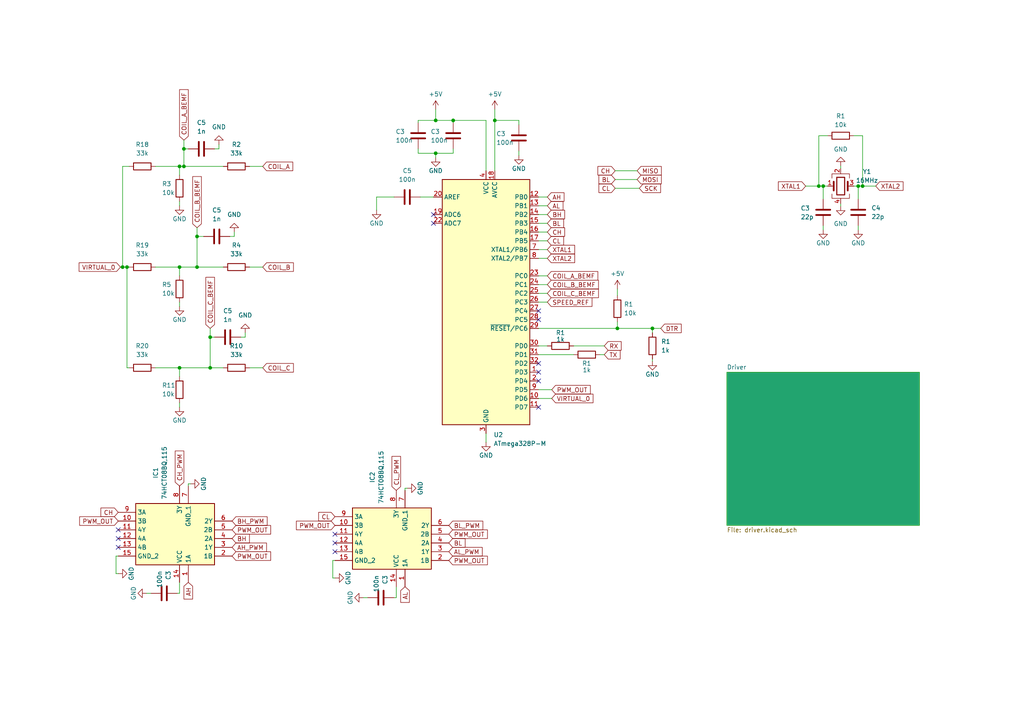
<source format=kicad_sch>
(kicad_sch (version 20230121) (generator eeschema)
  (paper "A4")
  (lib_symbols
    (symbol "74HCT08BQ_115:74HCT08BQ,115"
      (property "Reference" "IC" (at 24.13 17.78 0))
      (property "Value" "74HCT08BQ,115" (at 24.13 15.24 0))
      (symbol "74HCT08BQ,115_1_1"
        (rectangle (start 5.08 12.7) (end 22.86 -10.16) (stroke (width 0.254)) (fill (type background)))
        (pin passive line (at 0 -2.54 0) (length 5.08) (name "1A") (number "1"))
        (pin passive line (at 17.78 17.78 270) (length 5.08) (name "3B") (number "10"))
        (pin passive line (at 15.24 17.78 270) (length 5.08) (name "4Y") (number "11"))
        (pin passive line (at 12.7 17.78 270) (length 5.08) (name "4A") (number "12"))
        (pin passive line (at 10.16 17.78 270) (length 5.08) (name "4B") (number "13"))
        (pin passive line (at 0 0 0) (length 5.08) (name "VCC") (number "14"))
        (pin passive line (at 7.62 17.78 270) (length 5.08) (name "GND_2") (number "15"))
        (pin passive line (at 7.62 -15.24 90) (length 5.08) (name "1B") (number "2"))
        (pin passive line (at 10.16 -15.24 90) (length 5.08) (name "1Y") (number "3"))
        (pin passive line (at 12.7 -15.24 90) (length 5.08) (name "2A") (number "4"))
        (pin passive line (at 15.24 -15.24 90) (length 5.08) (name "2B") (number "5"))
        (pin passive line (at 17.78 -15.24 90) (length 5.08) (name "2Y") (number "6"))
        (pin passive line (at 27.94 -2.54 180) (length 5.08) (name "GND_1") (number "7"))
        (pin passive line (at 27.94 0 180) (length 5.08) (name "3Y") (number "8"))
        (pin passive line (at 20.32 17.78 270) (length 5.08) (name "3A") (number "9"))
      )
    )
    (symbol "Device:C" (pin_numbers hide) (pin_names (offset 0.254))
      (property "Reference" "C" (at 0.635 2.54 0))
      (property "Value" "C" (at 0.635 -2.54 0))
      (symbol "C_0_1"
        (polyline (pts (xy -2.032 -0.762) (xy 2.032 -0.762)) (stroke (width 0.508)))
        (polyline (pts (xy -2.032 0.762) (xy 2.032 0.762)) (stroke (width 0.508)))
      )
      (symbol "C_1_1"
        (pin passive line (at 0 3.81 270) (length 2.794) (name "~") (number "1"))
        (pin passive line (at 0 -3.81 90) (length 2.794) (name "~") (number "2"))
      )
    )
    (symbol "Device:Crystal_GND24" (pin_names (offset 1.016) hide)
      (property "Reference" "Y" (at 3.175 5.08 0))
      (property "Value" "Crystal_GND24" (at 3.175 3.175 0))
      (symbol "Crystal_GND24_0_1"
        (rectangle (start -1.143 2.54) (end 1.143 -2.54) (stroke (width 0.3048)))
        (polyline (pts (xy -2.54 0) (xy -2.032 0)))
        (polyline (pts (xy -2.032 -1.27) (xy -2.032 1.27)) (stroke (width 0.508)))
        (polyline (pts (xy 0 -3.81) (xy 0 -3.556)))
        (polyline (pts (xy 0 3.556) (xy 0 3.81)))
        (polyline (pts (xy 2.032 -1.27) (xy 2.032 1.27)) (stroke (width 0.508)))
        (polyline (pts (xy 2.032 0) (xy 2.54 0)))
        (polyline (pts (xy -2.54 -2.286) (xy -2.54 -3.556) (xy 2.54 -3.556) (xy 2.54 -2.286)))
        (polyline (pts (xy -2.54 2.286) (xy -2.54 3.556) (xy 2.54 3.556) (xy 2.54 2.286)))
      )
      (symbol "Crystal_GND24_1_1"
        (pin passive line (at -3.81 0 0) (length 1.27) (name "1") (number "1"))
        (pin passive line (at 0 5.08 270) (length 1.27) (name "2") (number "2"))
        (pin passive line (at 3.81 0 180) (length 1.27) (name "3") (number "3"))
        (pin passive line (at 0 -5.08 90) (length 1.27) (name "4") (number "4"))
      )
    )
    (symbol "Device:R" (pin_numbers hide) (pin_names (offset 0))
      (property "Reference" "R" (at 2.032 0 90))
      (property "Value" "R" (at 0 0 90))
      (symbol "R_0_1"
        (rectangle (start -1.016 -2.54) (end 1.016 2.54) (stroke (width 0.254)))
      )
      (symbol "R_1_1"
        (pin passive line (at 0 3.81 270) (length 1.27) (name "~") (number "1"))
        (pin passive line (at 0 -3.81 90) (length 1.27) (name "~") (number "2"))
      )
    )
    (symbol "MCU_Microchip_ATmega:ATmega328P-M"
      (property "Reference" "U" (at -12.7 36.83 0))
      (property "Value" "ATmega328P-M" (at 2.54 -36.83 0))
      (symbol "ATmega328P-M_0_1"
        (rectangle (start -12.7 -35.56) (end 12.7 35.56) (stroke (width 0.254)) (fill (type background)))
      )
      (symbol "ATmega328P-M_1_1"
        (pin bidirectional line (at 15.24 -20.32 180) (length 2.54) (name "PD3") (number "1"))
        (pin bidirectional line (at 15.24 -27.94 180) (length 2.54) (name "PD6") (number "10"))
        (pin bidirectional line (at 15.24 -30.48 180) (length 2.54) (name "PD7") (number "11"))
        (pin bidirectional line (at 15.24 30.48 180) (length 2.54) (name "PB0") (number "12"))
        (pin bidirectional line (at 15.24 27.94 180) (length 2.54) (name "PB1") (number "13"))
        (pin bidirectional line (at 15.24 25.4 180) (length 2.54) (name "PB2") (number "14"))
        (pin bidirectional line (at 15.24 22.86 180) (length 2.54) (name "PB3") (number "15"))
        (pin bidirectional line (at 15.24 20.32 180) (length 2.54) (name "PB4") (number "16"))
        (pin bidirectional line (at 15.24 17.78 180) (length 2.54) (name "PB5") (number "17"))
        (pin power_in line (at 2.54 38.1 270) (length 2.54) (name "AVCC") (number "18"))
        (pin input line (at -15.24 25.4 0) (length 2.54) (name "ADC6") (number "19"))
        (pin bidirectional line (at 15.24 -22.86 180) (length 2.54) (name "PD4") (number "2"))
        (pin passive line (at -15.24 30.48 0) (length 2.54) (name "AREF") (number "20"))
        (pin passive line (at 0 -38.1 90) (length 2.54) hide (name "GND") (number "21"))
        (pin input line (at -15.24 22.86 0) (length 2.54) (name "ADC7") (number "22"))
        (pin bidirectional line (at 15.24 7.62 180) (length 2.54) (name "PC0") (number "23"))
        (pin bidirectional line (at 15.24 5.08 180) (length 2.54) (name "PC1") (number "24"))
        (pin bidirectional line (at 15.24 2.54 180) (length 2.54) (name "PC2") (number "25"))
        (pin bidirectional line (at 15.24 0 180) (length 2.54) (name "PC3") (number "26"))
        (pin bidirectional line (at 15.24 -2.54 180) (length 2.54) (name "PC4") (number "27"))
        (pin bidirectional line (at 15.24 -5.08 180) (length 2.54) (name "PC5") (number "28"))
        (pin bidirectional line (at 15.24 -7.62 180) (length 2.54) (name "~{RESET}/PC6") (number "29"))
        (pin power_in line (at 0 -38.1 90) (length 2.54) (name "GND") (number "3"))
        (pin bidirectional line (at 15.24 -12.7 180) (length 2.54) (name "PD0") (number "30"))
        (pin bidirectional line (at 15.24 -15.24 180) (length 2.54) (name "PD1") (number "31"))
        (pin bidirectional line (at 15.24 -17.78 180) (length 2.54) (name "PD2") (number "32"))
        (pin passive line (at 0 -38.1 90) (length 2.54) hide (name "GND") (number "33"))
        (pin power_in line (at 0 38.1 270) (length 2.54) (name "VCC") (number "4"))
        (pin passive line (at 0 -38.1 90) (length 2.54) hide (name "GND") (number "5"))
        (pin passive line (at 0 38.1 270) (length 2.54) hide (name "VCC") (number "6"))
        (pin bidirectional line (at 15.24 15.24 180) (length 2.54) (name "XTAL1/PB6") (number "7"))
        (pin bidirectional line (at 15.24 12.7 180) (length 2.54) (name "XTAL2/PB7") (number "8"))
        (pin bidirectional line (at 15.24 -25.4 180) (length 2.54) (name "PD5") (number "9"))
      )
    )
    (symbol "power:+5V" (power) (pin_names (offset 0))
      (property "Value" "+5V" (at 0 3.556 0))
      (symbol "+5V_0_1"
        (polyline (pts (xy -0.762 1.27) (xy 0 2.54)))
        (polyline (pts (xy 0 0) (xy 0 2.54)))
        (polyline (pts (xy 0 2.54) (xy 0.762 1.27)))
      )
      (symbol "+5V_1_1"
        (pin power_in line (at 0 0 90) (length 0) hide (name "+5V") (number "1"))
      )
    )
    (symbol "power:GND" (power) (pin_names (offset 0))
      (property "Value" "GND" (at 0 -3.81 0))
      (symbol "GND_0_1"
        (polyline (pts (xy 0 0) (xy 0 -1.27) (xy 1.27 -1.27) (xy 0 -2.54) (xy -1.27 -1.27) (xy 0 -1.27)))
      )
      (symbol "GND_1_1"
        (pin power_in line (at 0 0 270) (length 0) hide (name "GND") (number "1"))
      )
    )
  )
  (junction (at 238.76 53.975))
  (junction (at 131.445 34.925))
  (junction (at 57.15 77.47))
  (junction (at 248.92 53.975))
  (junction (at 52.07 77.47))
  (junction (at 52.07 106.68))
  (junction (at 179.07 95.25))
  (junction (at 36.83 77.47))
  (junction (at 237.49 53.975))
  (junction (at 52.07 48.26))
  (junction (at 60.96 97.79))
  (junction (at 250.19 53.975))
  (junction (at 57.15 68.58))
  (junction (at 60.96 106.68))
  (junction (at 35.56 77.47))
  (junction (at 126.365 34.925))
  (junction (at 53.34 43.18))
  (junction (at 53.34 48.26))
  (junction (at 126.365 44.45))
  (junction (at 143.51 34.925))
  (junction (at 189.23 95.25))
  (no_connect (at 34.29 158.75))
  (no_connect (at 156.21 107.95))
  (no_connect (at 125.73 64.77))
  (no_connect (at 156.21 105.41))
  (no_connect (at 156.21 110.49))
  (no_connect (at 156.21 90.17))
  (no_connect (at 156.21 92.71))
  (no_connect (at 97.155 160.02))
  (no_connect (at 97.155 154.94))
  (no_connect (at 34.29 153.67))
  (no_connect (at 34.29 156.21))
  (no_connect (at 125.73 62.23))
  (no_connect (at 97.155 157.48))
  (no_connect (at 156.21 118.11))
  (wire (pts (xy 156.21 80.01) (xy 158.75 80.01)))
  (wire (pts (xy 156.21 64.77) (xy 158.75 64.77)))
  (wire (pts (xy 173.99 102.87) (xy 175.26 102.87)))
  (wire (pts (xy 69.85 97.79) (xy 71.12 97.79)))
  (wire (pts (xy 45.085 106.68) (xy 52.07 106.68)))
  (wire (pts (xy 156.21 100.33) (xy 158.75 100.33)))
  (wire (pts (xy 156.21 62.23) (xy 158.75 62.23)))
  (wire (pts (xy 60.96 106.68) (xy 64.77 106.68)))
  (wire (pts (xy 143.51 49.53) (xy 143.51 34.925)))
  (wire (pts (xy 36.83 77.47) (xy 37.465 77.47)))
  (wire (pts (xy 60.96 97.79) (xy 62.23 97.79)))
  (wire (pts (xy 54.61 140.335) (xy 55.245 140.335)))
  (wire (pts (xy 250.19 39.37) (xy 247.65 39.37)))
  (wire (pts (xy 126.365 34.925) (xy 126.365 31.75)))
  (wire (pts (xy 131.445 35.56) (xy 131.445 34.925)))
  (wire (pts (xy 34.29 161.29) (xy 33.655 161.29)))
  (wire (pts (xy 248.92 65.405) (xy 248.92 66.675)))
  (wire (pts (xy 37.465 48.26) (xy 35.56 48.26)))
  (wire (pts (xy 250.19 53.975) (xy 248.92 53.975)))
  (wire (pts (xy 156.21 57.15) (xy 158.75 57.15)))
  (wire (pts (xy 114.3 173.355) (xy 114.935 173.355)))
  (wire (pts (xy 143.51 34.925) (xy 150.495 34.925)))
  (wire (pts (xy 72.39 77.47) (xy 76.2 77.47)))
  (wire (pts (xy 114.3 57.15) (xy 109.22 57.15)))
  (wire (pts (xy 72.39 48.26) (xy 76.2 48.26)))
  (wire (pts (xy 238.76 65.405) (xy 238.76 66.675)))
  (wire (pts (xy 106.68 173.355) (xy 105.41 173.355)))
  (wire (pts (xy 131.445 43.18) (xy 131.445 44.45)))
  (wire (pts (xy 52.07 106.68) (xy 52.07 109.22)))
  (wire (pts (xy 121.285 35.56) (xy 121.285 34.925)))
  (wire (pts (xy 233.68 53.975) (xy 237.49 53.975)))
  (wire (pts (xy 156.21 72.39) (xy 158.75 72.39)))
  (wire (pts (xy 156.21 95.25) (xy 179.07 95.25)))
  (wire (pts (xy 156.21 67.31) (xy 158.75 67.31)))
  (wire (pts (xy 57.15 77.47) (xy 64.77 77.47)))
  (wire (pts (xy 52.07 87.63) (xy 52.07 88.9)))
  (wire (pts (xy 156.21 102.87) (xy 166.37 102.87)))
  (wire (pts (xy 53.34 43.18) (xy 53.34 48.26)))
  (wire (pts (xy 37.465 106.68) (xy 36.83 106.68)))
  (wire (pts (xy 96.52 167.64) (xy 97.155 167.64)))
  (wire (pts (xy 131.445 34.925) (xy 140.97 34.925)))
  (wire (pts (xy 237.49 53.975) (xy 238.76 53.975)))
  (wire (pts (xy 53.34 40.64) (xy 53.34 43.18)))
  (wire (pts (xy 52.07 106.68) (xy 60.96 106.68)))
  (wire (pts (xy 72.39 106.68) (xy 76.2 106.68)))
  (wire (pts (xy 33.655 166.37) (xy 34.29 166.37)))
  (wire (pts (xy 126.365 34.925) (xy 131.445 34.925)))
  (wire (pts (xy 150.495 34.925) (xy 150.495 36.195)))
  (wire (pts (xy 178.435 52.07) (xy 184.785 52.07)))
  (wire (pts (xy 243.84 48.133) (xy 243.84 48.895)))
  (wire (pts (xy 52.07 116.84) (xy 52.07 118.11)))
  (wire (pts (xy 247.65 53.975) (xy 248.92 53.975)))
  (wire (pts (xy 117.475 142.24) (xy 117.475 141.605)))
  (wire (pts (xy 36.83 77.47) (xy 36.83 106.68)))
  (wire (pts (xy 35.56 48.26) (xy 35.56 77.47)))
  (wire (pts (xy 240.03 39.37) (xy 237.49 39.37)))
  (wire (pts (xy 156.21 74.93) (xy 158.75 74.93)))
  (wire (pts (xy 96.52 162.56) (xy 96.52 167.64)))
  (wire (pts (xy 62.23 43.18) (xy 63.5 43.18)))
  (wire (pts (xy 34.925 77.47) (xy 35.56 77.47)))
  (wire (pts (xy 143.51 34.925) (xy 143.51 31.75)))
  (wire (pts (xy 250.19 39.37) (xy 250.19 53.975)))
  (wire (pts (xy 121.92 57.15) (xy 125.73 57.15)))
  (wire (pts (xy 54.61 140.97) (xy 54.61 140.335)))
  (wire (pts (xy 238.76 53.975) (xy 238.76 57.785)))
  (wire (pts (xy 140.97 34.925) (xy 140.97 49.53)))
  (wire (pts (xy 156.21 113.03) (xy 160.02 113.03)))
  (wire (pts (xy 189.23 95.25) (xy 191.643 95.25)))
  (wire (pts (xy 45.085 77.47) (xy 52.07 77.47)))
  (wire (pts (xy 66.675 68.58) (xy 67.945 68.58)))
  (wire (pts (xy 189.23 104.14) (xy 189.23 104.775)))
  (wire (pts (xy 179.07 95.25) (xy 189.23 95.25)))
  (wire (pts (xy 238.76 53.975) (xy 240.03 53.975)))
  (wire (pts (xy 63.5 41.91) (xy 63.5 43.18)))
  (wire (pts (xy 156.21 85.09) (xy 158.75 85.09)))
  (wire (pts (xy 117.475 141.605) (xy 118.11 141.605)))
  (wire (pts (xy 178.435 54.61) (xy 185.42 54.61)))
  (wire (pts (xy 156.21 115.57) (xy 160.02 115.57)))
  (wire (pts (xy 60.96 97.79) (xy 60.96 106.68)))
  (wire (pts (xy 52.07 58.42) (xy 52.07 59.69)))
  (wire (pts (xy 179.07 83.82) (xy 179.07 85.725)))
  (wire (pts (xy 53.34 43.18) (xy 54.61 43.18)))
  (wire (pts (xy 121.285 44.45) (xy 126.365 44.45)))
  (wire (pts (xy 52.07 48.26) (xy 53.34 48.26)))
  (wire (pts (xy 52.07 77.47) (xy 52.07 80.01)))
  (wire (pts (xy 156.21 69.85) (xy 158.75 69.85)))
  (wire (pts (xy 109.22 57.15) (xy 109.22 60.96)))
  (wire (pts (xy 166.37 100.33) (xy 175.26 100.33)))
  (wire (pts (xy 250.19 53.975) (xy 254 53.975)))
  (wire (pts (xy 156.21 59.69) (xy 158.75 59.69)))
  (wire (pts (xy 178.435 49.53) (xy 184.785 49.53)))
  (wire (pts (xy 179.07 93.345) (xy 179.07 95.25)))
  (wire (pts (xy 43.815 172.085) (xy 42.545 172.085)))
  (wire (pts (xy 33.655 161.29) (xy 33.655 166.37)))
  (wire (pts (xy 71.12 96.52) (xy 71.12 97.79)))
  (wire (pts (xy 53.34 48.26) (xy 64.77 48.26)))
  (wire (pts (xy 114.935 170.18) (xy 114.935 173.355)))
  (wire (pts (xy 156.21 87.63) (xy 158.75 87.63)))
  (wire (pts (xy 57.15 66.04) (xy 57.15 68.58)))
  (wire (pts (xy 140.97 125.73) (xy 140.97 128.27)))
  (wire (pts (xy 243.84 59.055) (xy 243.84 59.817)))
  (wire (pts (xy 248.92 53.975) (xy 248.92 57.785)))
  (wire (pts (xy 67.945 67.31) (xy 67.945 68.58)))
  (wire (pts (xy 189.23 95.25) (xy 189.23 96.52)))
  (wire (pts (xy 121.285 43.18) (xy 121.285 44.45)))
  (wire (pts (xy 121.285 34.925) (xy 126.365 34.925)))
  (wire (pts (xy 51.435 172.085) (xy 52.07 172.085)))
  (wire (pts (xy 60.96 95.25) (xy 60.96 97.79)))
  (wire (pts (xy 126.365 44.45) (xy 131.445 44.45)))
  (wire (pts (xy 35.56 77.47) (xy 36.83 77.47)))
  (wire (pts (xy 126.365 44.45) (xy 126.365 45.72)))
  (wire (pts (xy 52.07 168.91) (xy 52.07 172.085)))
  (wire (pts (xy 57.15 68.58) (xy 59.055 68.58)))
  (wire (pts (xy 97.155 162.56) (xy 96.52 162.56)))
  (wire (pts (xy 237.49 39.37) (xy 237.49 53.975)))
  (wire (pts (xy 45.085 48.26) (xy 52.07 48.26)))
  (wire (pts (xy 52.07 77.47) (xy 57.15 77.47)))
  (wire (pts (xy 52.07 48.26) (xy 52.07 50.8)))
  (wire (pts (xy 156.21 82.55) (xy 158.75 82.55)))
  (wire (pts (xy 150.495 43.815) (xy 150.495 45.085)))
  (wire (pts (xy 57.15 68.58) (xy 57.15 77.47)))
  (global_label "CL" (shape input) (at 158.75 69.85 0) (property "Intersheetrefs" "${INTERSHEET_REFS}" (effects hide)))
  (global_label "COIL_A_BEMF" (shape input) (at 53.34 40.64 90) (property "Intersheetrefs" "${INTERSHEET_REFS}" (effects hide)))
  (global_label "PWM_OUT" (shape input) (at 34.29 151.13 180) (property "Intersheetrefs" "${INTERSHEET_REFS}" (effects hide)))
  (global_label "COIL_A_BEMF" (shape input) (at 158.75 80.01 0) (property "Intersheetrefs" "${INTERSHEET_REFS}" (effects hide)))
  (global_label "BH" (shape input) (at 158.75 62.23 0) (property "Intersheetrefs" "${INTERSHEET_REFS}" (effects hide)))
  (global_label "XTAL1" (shape input) (at 233.68 53.975 180) (property "Intersheetrefs" "${INTERSHEET_REFS}" (effects hide)))
  (global_label "TX" (shape input) (at 175.26 102.87 0) (property "Intersheetrefs" "${INTERSHEET_REFS}" (effects hide)))
  (global_label "MISO" (shape input) (at 184.785 49.53 0) (property "Intersheetrefs" "${INTERSHEET_REFS}" (effects hide)))
  (global_label "BL" (shape input) (at 158.75 64.77 0) (property "Intersheetrefs" "${INTERSHEET_REFS}" (effects hide)))
  (global_label "BL" (shape input) (at 178.435 52.07 180) (property "Intersheetrefs" "${INTERSHEET_REFS}" (effects hide)))
  (global_label "AL_PWM" (shape input) (at 130.175 160.02 0) (property "Intersheetrefs" "${INTERSHEET_REFS}" (effects hide)))
  (global_label "RX" (shape input) (at 175.26 100.33 0) (property "Intersheetrefs" "${INTERSHEET_REFS}" (effects hide)))
  (global_label "CL" (shape input) (at 178.435 54.61 180) (property "Intersheetrefs" "${INTERSHEET_REFS}" (effects hide)))
  (global_label "BL" (shape input) (at 130.175 157.48 0) (property "Intersheetrefs" "${INTERSHEET_REFS}" (effects hide)))
  (global_label "MOSI" (shape input) (at 184.785 52.07 0) (property "Intersheetrefs" "${INTERSHEET_REFS}" (effects hide)))
  (global_label "CL_PWM" (shape input) (at 114.935 142.24 90) (property "Intersheetrefs" "${INTERSHEET_REFS}" (effects hide)))
  (global_label "CH" (shape input) (at 34.29 148.59 180) (property "Intersheetrefs" "${INTERSHEET_REFS}" (effects hide)))
  (global_label "SCK" (shape input) (at 185.42 54.61 0) (property "Intersheetrefs" "${INTERSHEET_REFS}" (effects hide)))
  (global_label "COIL_C" (shape input) (at 76.2 106.68 0) (property "Intersheetrefs" "${INTERSHEET_REFS}" (effects hide)))
  (global_label "XTAL2" (shape input) (at 254 53.975 0) (property "Intersheetrefs" "${INTERSHEET_REFS}" (effects hide)))
  (global_label "XTAL2" (shape input) (at 158.75 74.93 0) (property "Intersheetrefs" "${INTERSHEET_REFS}" (effects hide)))
  (global_label "XTAL1" (shape input) (at 158.75 72.39 0) (property "Intersheetrefs" "${INTERSHEET_REFS}" (effects hide)))
  (global_label "BL_PWM" (shape input) (at 130.175 152.4 0) (property "Intersheetrefs" "${INTERSHEET_REFS}" (effects hide)))
  (global_label "COIL_B_BEMF" (shape input) (at 57.15 66.04 90) (property "Intersheetrefs" "${INTERSHEET_REFS}" (effects hide)))
  (global_label "AL" (shape input) (at 117.475 170.18 270) (property "Intersheetrefs" "${INTERSHEET_REFS}" (effects hide)))
  (global_label "COIL_B" (shape input) (at 76.2 77.47 0) (property "Intersheetrefs" "${INTERSHEET_REFS}" (effects hide)))
  (global_label "AL" (shape input) (at 158.75 59.69 0) (property "Intersheetrefs" "${INTERSHEET_REFS}" (effects hide)))
  (global_label "CH" (shape input) (at 178.435 49.53 180) (property "Intersheetrefs" "${INTERSHEET_REFS}" (effects hide)))
  (global_label "COIL_C_BEMF" (shape input) (at 60.96 95.25 90) (property "Intersheetrefs" "${INTERSHEET_REFS}" (effects hide)))
  (global_label "VIRTUAL_0" (shape input) (at 34.925 77.47 180) (property "Intersheetrefs" "${INTERSHEET_REFS}" (effects hide)))
  (global_label "CH_PWM" (shape input) (at 52.07 140.97 90) (property "Intersheetrefs" "${INTERSHEET_REFS}" (effects hide)))
  (global_label "BH" (shape input) (at 67.31 156.21 0) (property "Intersheetrefs" "${INTERSHEET_REFS}" (effects hide)))
  (global_label "COIL_C_BEMF" (shape input) (at 158.75 85.09 0) (property "Intersheetrefs" "${INTERSHEET_REFS}" (effects hide)))
  (global_label "CH" (shape input) (at 158.75 67.31 0) (property "Intersheetrefs" "${INTERSHEET_REFS}" (effects hide)))
  (global_label "DTR" (shape input) (at 191.643 95.25 0) (property "Intersheetrefs" "${INTERSHEET_REFS}" (effects hide)))
  (global_label "PWM_OUT" (shape input) (at 67.31 153.67 0) (property "Intersheetrefs" "${INTERSHEET_REFS}" (effects hide)))
  (global_label "COIL_B_BEMF" (shape input) (at 158.75 82.55 0) (property "Intersheetrefs" "${INTERSHEET_REFS}" (effects hide)))
  (global_label "BH_PWM" (shape input) (at 67.31 151.13 0) (property "Intersheetrefs" "${INTERSHEET_REFS}" (effects hide)))
  (global_label "SPEED_REF" (shape input) (at 158.75 87.63 0) (property "Intersheetrefs" "${INTERSHEET_REFS}" (effects hide)))
  (global_label "AH_PWM" (shape input) (at 67.31 158.75 0) (property "Intersheetrefs" "${INTERSHEET_REFS}" (effects hide)))
  (global_label "PWM_OUT" (shape input) (at 67.31 161.29 0) (property "Intersheetrefs" "${INTERSHEET_REFS}" (effects hide)))
  (global_label "PWM_OUT" (shape input) (at 130.175 162.56 0) (property "Intersheetrefs" "${INTERSHEET_REFS}" (effects hide)))
  (global_label "PWM_OUT" (shape input) (at 97.155 152.4 180) (property "Intersheetrefs" "${INTERSHEET_REFS}" (effects hide)))
  (global_label "VIRTUAL_0" (shape input) (at 160.02 115.57 0) (property "Intersheetrefs" "${INTERSHEET_REFS}" (effects hide)))
  (global_label "AH" (shape input) (at 54.61 168.91 270) (property "Intersheetrefs" "${INTERSHEET_REFS}" (effects hide)))
  (global_label "AH" (shape input) (at 158.75 57.15 0) (property "Intersheetrefs" "${INTERSHEET_REFS}" (effects hide)))
  (global_label "PWM_OUT" (shape input) (at 130.175 154.94 0) (property "Intersheetrefs" "${INTERSHEET_REFS}" (effects hide)))
  (global_label "PWM_OUT" (shape input) (at 160.02 113.03 0) (property "Intersheetrefs" "${INTERSHEET_REFS}" (effects hide)))
  (global_label "CL" (shape input) (at 97.155 149.86 180) (property "Intersheetrefs" "${INTERSHEET_REFS}" (effects hide)))
  (global_label "COIL_A" (shape input) (at 76.2 48.26 0) (property "Intersheetrefs" "${INTERSHEET_REFS}" (effects hide)))
  (symbol (lib_id "Device:R") (at 41.275 48.26 90) (unit 1)
    (property "Reference" "R18" (at 41.275 41.91 90))
    (property "Value" "33k" (at 41.275 44.45 90))
    (property "Footprint" "Resistor_SMD:R_0402_1005Metric_Pad0.72x0.64mm_HandSolder" (effects hide))
  )
  (symbol (lib_id "power:GND") (at 52.07 88.9 0) (unit 1)
    (property "Reference" "#PWR09" (effects hide))
    (property "Value" "GND" (at 52.07 92.71 0))
  )
  (symbol (lib_id "74HCT08BQ_115:74HCT08BQ,115") (at 114.935 170.18 90) (unit 1)
    (property "Reference" "IC2" (at 108.0069 138.43 0))
    (property "Value" "74HCT08BQ,115" (at 110.5469 138.43 0))
    (property "Footprint" "74HCT08BQ115" (effects hide))
    (property "Datasheet" "https://assets.nexperia.com/documents/data-sheet/74HC_HCT08.pdf" (effects hide))
    (property "Height" "1" (effects hide))
    (property "Mouser Part Number" "771-HCT08BQ115" (effects hide))
    (property "Mouser Price/Stock" "https://www.mouser.co.uk/ProductDetail/Nexperia/74HCT08BQ115?qs=P62ublwmbi8dqK72P265Rw%3D%3D" (effects hide))
    (property "Manufacturer_Name" "Nexperia" (effects hide))
    (property "Manufacturer_Part_Number" "74HCT08BQ,115" (effects hide))
  )
  (symbol (lib_id "power:+5V") (at 179.07 83.82 0) (unit 1)
    (property "Reference" "#PWR023" (effects hide))
    (property "Value" "+5V" (at 179.07 79.375 0))
  )
  (symbol (lib_id "power:+5V") (at 143.51 31.75 0) (unit 1)
    (property "Reference" "#PWR012" (effects hide))
    (property "Value" "+5V" (at 143.51 27.305 0))
  )
  (symbol (lib_id "Device:C") (at 66.04 97.79 90) (unit 1)
    (property "Reference" "C5" (at 66.04 90.17 90))
    (property "Value" "1n" (at 66.04 92.71 90))
    (property "Footprint" "Capacitor_SMD:C_0402_1005Metric_Pad0.74x0.62mm_HandSolder" (effects hide))
  )
  (symbol (lib_id "Device:C") (at 121.285 39.37 180) (unit 1)
    (property "Reference" "C3" (at 114.7318 38.1762 0) (effects (justify right)))
    (property "Value" "100n" (at 114.7318 40.7162 0) (effects (justify right)))
    (property "Footprint" "Capacitor_SMD:C_0603_1608Metric_Pad1.08x0.95mm_HandSolder" (effects hide))
  )
  (symbol (lib_id "power:GND") (at 150.495 45.085 0) (unit 1)
    (property "Reference" "#PWR09" (effects hide))
    (property "Value" "GND" (at 150.495 48.895 0))
  )
  (symbol (lib_id "Device:C") (at 150.495 40.005 180) (unit 1)
    (property "Reference" "C3" (at 143.9418 38.8112 0) (effects (justify right)))
    (property "Value" "100n" (at 143.9418 41.3512 0) (effects (justify right)))
    (property "Footprint" "Capacitor_SMD:C_0603_1608Metric_Pad1.08x0.95mm_HandSolder" (effects hide))
  )
  (symbol (lib_id "74HCT08BQ_115:74HCT08BQ,115") (at 52.07 168.91 90) (unit 1)
    (property "Reference" "IC1" (at 45.1419 137.16 0))
    (property "Value" "74HCT08BQ,115" (at 47.6819 137.16 0))
    (property "Footprint" "74HCT08BQ115" (effects hide))
    (property "Datasheet" "https://assets.nexperia.com/documents/data-sheet/74HC_HCT08.pdf" (effects hide))
    (property "Height" "1" (effects hide))
    (property "Mouser Part Number" "771-HCT08BQ115" (effects hide))
    (property "Mouser Price/Stock" "https://www.mouser.co.uk/ProductDetail/Nexperia/74HCT08BQ115?qs=P62ublwmbi8dqK72P265Rw%3D%3D" (effects hide))
    (property "Manufacturer_Name" "Nexperia" (effects hide))
    (property "Manufacturer_Part_Number" "74HCT08BQ,115" (effects hide))
  )
  (symbol (lib_id "power:GND") (at 248.92 66.675 0) (unit 1)
    (property "Reference" "#PWR09" (effects hide))
    (property "Value" "GND" (at 248.92 70.485 0))
  )
  (symbol (lib_id "power:GND") (at 71.12 96.52 180) (unit 1)
    (property "Reference" "#PWR09" (effects hide))
    (property "Value" "GND" (at 71.12 91.437 0))
  )
  (symbol (lib_id "Device:R") (at 68.58 77.47 90) (unit 1)
    (property "Reference" "R4" (at 68.58 71.12 90))
    (property "Value" "33k" (at 68.58 73.66 90))
    (property "Footprint" "Resistor_SMD:R_0402_1005Metric_Pad0.72x0.64mm_HandSolder" (effects hide))
  )
  (symbol (lib_id "Device:R") (at 41.275 77.47 90) (unit 1)
    (property "Reference" "R19" (at 41.275 71.12 90))
    (property "Value" "33k" (at 41.275 73.66 90))
    (property "Footprint" "Resistor_SMD:R_0402_1005Metric_Pad0.72x0.64mm_HandSolder" (effects hide))
  )
  (symbol (lib_id "Device:R") (at 52.07 54.61 180) (unit 1)
    (property "Reference" "R3" (at 46.99 53.34 0) (effects (justify right)))
    (property "Value" "10k" (at 46.99 55.88 0) (effects (justify right)))
    (property "Footprint" "Resistor_SMD:R_0402_1005Metric_Pad0.72x0.64mm_HandSolder" (effects hide))
  )
  (symbol (lib_id "Device:C") (at 131.445 39.37 180) (unit 1)
    (property "Reference" "C3" (at 124.8918 38.1762 0) (effects (justify right)))
    (property "Value" "100n" (at 124.8918 40.7162 0) (effects (justify right)))
    (property "Footprint" "Capacitor_SMD:C_0603_1608Metric_Pad1.08x0.95mm_HandSolder" (effects hide))
  )
  (symbol (lib_id "Device:C") (at 238.76 61.595 180) (unit 1)
    (property "Reference" "C3" (at 232.2068 60.4012 0) (effects (justify right)))
    (property "Value" "22p" (at 232.2068 62.9412 0) (effects (justify right)))
    (property "Footprint" "Capacitor_SMD:C_0402_1005Metric_Pad0.74x0.62mm_HandSolder" (effects hide))
  )
  (symbol (lib_id "Device:C") (at 110.49 173.355 90) (unit 1)
    (property "Reference" "C3" (at 111.6838 166.8018 0) (effects (justify right)))
    (property "Value" "100n" (at 109.1438 166.8018 0) (effects (justify right)))
    (property "Footprint" "Capacitor_SMD:C_0603_1608Metric_Pad1.08x0.95mm_HandSolder" (effects hide))
  )
  (symbol (lib_id "power:GND") (at 34.29 166.37 90) (unit 1)
    (property "Reference" "#PWR09" (effects hide))
    (property "Value" "GND" (at 38.1 166.37 0))
  )
  (symbol (lib_id "Device:R") (at 189.23 100.33 180) (unit 1)
    (property "Reference" "R1" (at 191.77 99.06 0) (effects (justify right)))
    (property "Value" "1k" (at 191.77 101.6 0) (effects (justify right)))
    (property "Footprint" "Resistor_SMD:R_0402_1005Metric_Pad0.72x0.64mm_HandSolder" (effects hide))
  )
  (symbol (lib_id "power:GND") (at 63.5 41.91 180) (unit 1)
    (property "Reference" "#PWR09" (effects hide))
    (property "Value" "GND" (at 63.5 36.83 0))
  )
  (symbol (lib_id "power:GND") (at 52.07 118.11 0) (unit 1)
    (property "Reference" "#PWR09" (effects hide))
    (property "Value" "GND" (at 52.07 121.92 0))
  )
  (symbol (lib_id "power:GND") (at 52.07 59.69 0) (unit 1)
    (property "Reference" "#PWR09" (effects hide))
    (property "Value" "GND" (at 52.07 63.5 0))
  )
  (symbol (lib_id "power:GND") (at 105.41 173.355 270) (unit 1)
    (property "Reference" "#PWR09" (effects hide))
    (property "Value" "GND" (at 101.6 173.355 0))
  )
  (symbol (lib_id "power:GND") (at 189.23 104.775 0) (unit 1)
    (property "Reference" "#PWR09" (effects hide))
    (property "Value" "GND" (at 189.23 108.585 0))
  )
  (symbol (lib_id "MCU_Microchip_ATmega:ATmega328P-M") (at 140.97 87.63 0) (unit 1)
    (property "Reference" "U2" (at 143.1641 126.111 0) (effects (justify left)))
    (property "Value" "ATmega328P-M" (at 143.1641 128.651 0) (effects (justify left)))
    (property "Footprint" "Package_DFN_QFN:QFN-32-1EP_5x5mm_P0.5mm_EP3.1x3.1mm" (effects hide))
    (property "Datasheet" "http://ww1.microchip.com/downloads/en/DeviceDoc/ATmega328_P%20AVR%20MCU%20with%20picoPower%20Technology%20Data%20Sheet%2040001984A.pdf" (effects hide))
  )
  (symbol (lib_id "power:GND") (at 97.155 167.64 90) (unit 1)
    (property "Reference" "#PWR09" (effects hide))
    (property "Value" "GND" (at 100.965 167.64 0))
  )
  (symbol (lib_id "power:GND") (at 67.945 67.31 180) (unit 1)
    (property "Reference" "#PWR09" (effects hide))
    (property "Value" "GND" (at 67.945 62.23 0))
  )
  (symbol (lib_id "Device:R") (at 68.58 48.26 90) (unit 1)
    (property "Reference" "R2" (at 68.58 41.91 90))
    (property "Value" "33k" (at 68.58 44.45 90))
    (property "Footprint" "Resistor_SMD:R_0402_1005Metric_Pad0.72x0.64mm_HandSolder" (effects hide))
  )
  (symbol (lib_id "Device:R") (at 41.275 106.68 90) (unit 1)
    (property "Reference" "R20" (at 41.275 100.33 90))
    (property "Value" "33k" (at 41.275 102.87 90))
    (property "Footprint" "Resistor_SMD:R_0402_1005Metric_Pad0.72x0.64mm_HandSolder" (effects hide))
  )
  (symbol (lib_id "Device:R") (at 52.07 83.82 180) (unit 1)
    (property "Reference" "R5" (at 46.99 82.55 0) (effects (justify right)))
    (property "Value" "10k" (at 46.99 85.09 0) (effects (justify right)))
    (property "Footprint" "Resistor_SMD:R_0402_1005Metric_Pad0.72x0.64mm_HandSolder" (effects hide))
  )
  (symbol (lib_id "power:GND") (at 140.97 128.27 0) (unit 1)
    (property "Reference" "#PWR09" (effects hide))
    (property "Value" "GND" (at 140.97 132.08 0))
  )
  (symbol (lib_id "Device:Crystal_GND24") (at 243.84 53.975 0) (unit 1)
    (property "Reference" "Y1" (at 251.46 49.7841 0))
    (property "Value" "16MHz" (at 251.46 52.3241 0))
    (property "Footprint" "Crystal:Crystal_SMD_3225-4Pin_3.2x2.5mm" (effects hide))
  )
  (symbol (lib_id "power:GND") (at 42.545 172.085 270) (unit 1)
    (property "Reference" "#PWR09" (effects hide))
    (property "Value" "GND" (at 38.735 172.085 0))
  )
  (symbol (lib_id "Device:C") (at 58.42 43.18 90) (unit 1)
    (property "Reference" "C5" (at 58.42 35.56 90))
    (property "Value" "1n" (at 58.42 38.1 90))
    (property "Footprint" "Capacitor_SMD:C_0402_1005Metric_Pad0.74x0.62mm_HandSolder" (effects hide))
  )
  (symbol (lib_id "Device:R") (at 162.56 100.33 270) (unit 1)
    (property "Reference" "R1" (at 162.56 96.52 90))
    (property "Value" "1k" (at 162.56 98.425 90))
    (property "Footprint" "Resistor_SMD:R_0402_1005Metric_Pad0.72x0.64mm_HandSolder" (effects hide))
  )
  (symbol (lib_id "Device:R") (at 243.84 39.37 90) (unit 1)
    (property "Reference" "R1" (at 243.84 33.655 90))
    (property "Value" "10k" (at 243.84 36.195 90))
    (property "Footprint" "Resistor_SMD:R_0402_1005Metric_Pad0.72x0.64mm_HandSolder" (effects hide))
  )
  (symbol (lib_id "power:GND") (at 55.245 140.335 90) (unit 1)
    (property "Reference" "#PWR09" (effects hide))
    (property "Value" "GND" (at 59.055 140.335 0))
  )
  (symbol (lib_id "power:GND") (at 109.22 60.96 0) (unit 1)
    (property "Reference" "#PWR09" (effects hide))
    (property "Value" "GND" (at 109.22 64.77 0))
  )
  (symbol (lib_id "Device:C") (at 47.625 172.085 90) (unit 1)
    (property "Reference" "C3" (at 48.8188 165.5318 0) (effects (justify right)))
    (property "Value" "100n" (at 46.2788 165.5318 0) (effects (justify right)))
    (property "Footprint" "Capacitor_SMD:C_0603_1608Metric_Pad1.08x0.95mm_HandSolder" (effects hide))
  )
  (symbol (lib_id "Device:C") (at 248.92 61.595 180) (unit 1)
    (property "Reference" "C4" (at 252.73 60.325 0) (effects (justify right)))
    (property "Value" "22p" (at 252.73 62.865 0) (effects (justify right)))
    (property "Footprint" "Capacitor_SMD:C_0402_1005Metric_Pad0.74x0.62mm_HandSolder" (effects hide))
  )
  (symbol (lib_id "Device:R") (at 170.18 102.87 270) (unit 1)
    (property "Reference" "R1" (at 170.18 105.41 90))
    (property "Value" "1k" (at 170.18 107.315 90))
    (property "Footprint" "Resistor_SMD:R_0402_1005Metric_Pad0.72x0.64mm_HandSolder" (effects hide))
  )
  (symbol (lib_id "power:GND") (at 118.11 141.605 90) (unit 1)
    (property "Reference" "#PWR09" (effects hide))
    (property "Value" "GND" (at 121.92 141.605 0))
  )
  (symbol (lib_id "power:GND") (at 243.84 59.817 0) (unit 1)
    (property "Reference" "#PWR02" (effects hide))
    (property "Value" "GND" (at 243.84 64.897 0))
  )
  (symbol (lib_id "Device:R") (at 52.07 113.03 180) (unit 1)
    (property "Reference" "R11" (at 46.99 111.76 0) (effects (justify right)))
    (property "Value" "10k" (at 46.99 114.3 0) (effects (justify right)))
    (property "Footprint" "Resistor_SMD:R_0402_1005Metric_Pad0.72x0.64mm_HandSolder" (effects hide))
  )
  (symbol (lib_id "power:+5V") (at 126.365 31.75 0) (unit 1)
    (property "Reference" "#PWR011" (effects hide))
    (property "Value" "+5V" (at 126.365 27.305 0))
  )
  (symbol (lib_id "power:GND") (at 238.76 66.675 0) (unit 1)
    (property "Reference" "#PWR09" (effects hide))
    (property "Value" "GND" (at 238.76 70.485 0))
  )
  (symbol (lib_id "power:GND") (at 243.84 48.133 180) (unit 1)
    (property "Reference" "#PWR02" (effects hide))
    (property "Value" "GND" (at 243.84 43.307 0))
  )
  (symbol (lib_id "Device:R") (at 179.07 89.535 0) (unit 1)
    (property "Reference" "R1" (at 180.975 88.265 0) (effects (justify left)))
    (property "Value" "10k" (at 180.975 90.805 0) (effects (justify left)))
    (property "Footprint" "Resistor_SMD:R_0402_1005Metric_Pad0.72x0.64mm_HandSolder" (effects hide))
  )
  (symbol (lib_id "Device:C") (at 118.11 57.15 90) (unit 1)
    (property "Reference" "C5" (at 118.11 49.53 90))
    (property "Value" "100n" (at 118.11 52.07 90))
    (property "Footprint" "Capacitor_SMD:C_0402_1005Metric_Pad0.74x0.62mm_HandSolder" (effects hide))
  )
  (symbol (lib_id "Device:R") (at 68.58 106.68 90) (unit 1)
    (property "Reference" "R10" (at 68.58 100.33 90))
    (property "Value" "33k" (at 68.58 102.87 90))
    (property "Footprint" "Resistor_SMD:R_0402_1005Metric_Pad0.72x0.64mm_HandSolder" (effects hide))
  )
  (symbol (lib_id "Device:C") (at 62.865 68.58 90) (unit 1)
    (property "Reference" "C5" (at 62.865 60.96 90))
    (property "Value" "1n" (at 62.865 63.5 90))
    (property "Footprint" "Capacitor_SMD:C_0402_1005Metric_Pad0.74x0.62mm_HandSolder" (effects hide))
  )
  (symbol (lib_id "power:GND") (at 126.365 45.72 0) (unit 1)
    (property "Reference" "#PWR09" (effects hide))
    (property "Value" "GND" (at 126.365 49.53 0))
  )
  (sheet (at 210.82 107.95) (size 55.88 44.45) (stroke (width 0.1524) (color 29 153 14 1)) (fill (color 34 164 111 1.0000))
    (property "Sheetname" "Driver" (at 210.82 107.2384 0) (effects (justify left bottom)))
    (property "Sheetfile" "driver.kicad_sch" (at 210.82 152.9846 0) (effects (justify left top)))
  )
)
</source>
